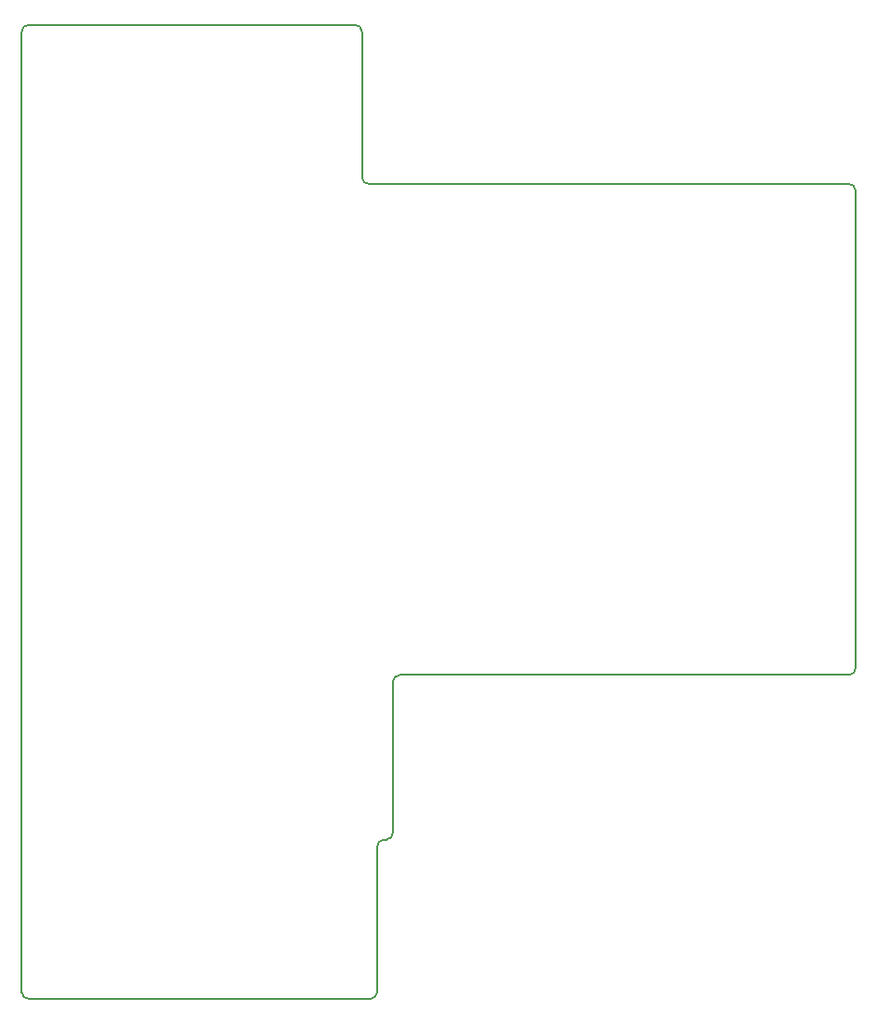
<source format=gko>
G04 #@! TF.GenerationSoftware,KiCad,Pcbnew,(5.1.5)-2*
G04 #@! TF.CreationDate,2020-02-16T11:04:41+01:00*
G04 #@! TF.ProjectId,OSHPark_4Layers_trl-board_v0_1,4f534850-6172-46b5-9f34-4c6179657273,rev?*
G04 #@! TF.SameCoordinates,Original*
G04 #@! TF.FileFunction,Profile,NP*
%FSLAX46Y46*%
G04 Gerber Fmt 4.6, Leading zero omitted, Abs format (unit mm)*
G04 Created by KiCad (PCBNEW (5.1.5)-2) date 2020-02-16 11:04:41*
%MOMM*%
%LPD*%
G04 APERTURE LIST*
%ADD10C,0.150000*%
G04 APERTURE END LIST*
D10*
X216830000Y-143129998D02*
G75*
G02X217440000Y-142500000I619999J9999D01*
G01*
X214630000Y-97750000D02*
G75*
G02X214000002Y-97140000I-9999J619999D01*
G01*
X183630000Y-172000000D02*
G75*
G02X183000002Y-171390000I-9999J619999D01*
G01*
X215399999Y-171370001D02*
G75*
G02X214789999Y-171999999I-619999J-9999D01*
G01*
X215400000Y-158130000D02*
G75*
G02X216010000Y-157500002I619999J9999D01*
G01*
X216830000Y-156870000D02*
G75*
G02X216220000Y-157499998I-619999J-9999D01*
G01*
X259000000Y-141870002D02*
G75*
G02X258390000Y-142500000I-619999J-9999D01*
G01*
X258370002Y-97750000D02*
G75*
G02X259000000Y-98360000I9999J-619999D01*
G01*
X213370000Y-83250000D02*
G75*
G02X213999998Y-83860000I9999J-619999D01*
G01*
X183000000Y-83879998D02*
G75*
G02X183610000Y-83250000I619999J9999D01*
G01*
X258390000Y-142500000D02*
X217440000Y-142500000D01*
X259000000Y-98360000D02*
X259000000Y-141870002D01*
X214630000Y-97750000D02*
X258370002Y-97750000D01*
X213999998Y-83860000D02*
X214000002Y-97140000D01*
X183610000Y-83250000D02*
X213370000Y-83250000D01*
X216830000Y-156870000D02*
X216830000Y-143129998D01*
X216010000Y-157500002D02*
X216220000Y-157499998D01*
X215399999Y-171370001D02*
X215400000Y-158130000D01*
X183630000Y-172000000D02*
X214789999Y-171999999D01*
X183000000Y-83879998D02*
X183000002Y-171390000D01*
M02*

</source>
